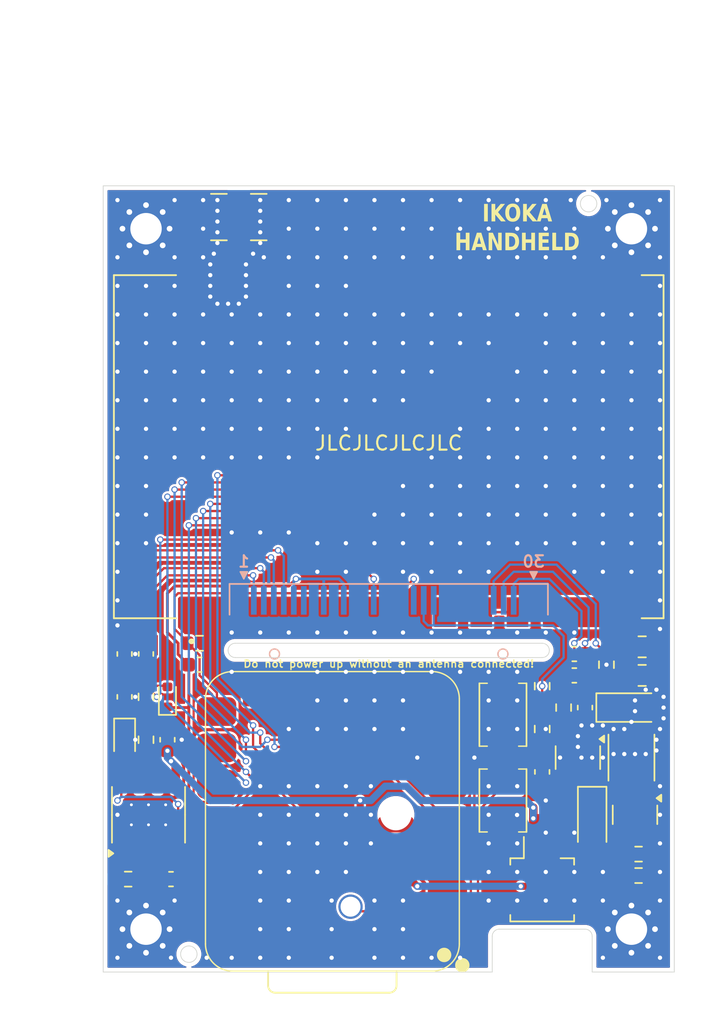
<source format=kicad_pcb>
(kicad_pcb (version 20241229) (generator "pcbnew") (generator_version "9.0")
  (layers (0 "F.Cu" signal) (2 "B.Cu" signal) (13 "F.Paste" user) (15 "B.Paste" user) (5 "F.SilkS" user "F.Silkscreen") (7 "B.SilkS" user "B.Silkscreen") (1 "F.Mask" user) (3 "B.Mask" user) (25 "Edge.Cuts" user))
  (net 0 "")
  (net 1 "Net-(D1-A)")
  (net 3 "Net-(U1-FB)")
  (net 4 "GND")
  (net 5 "+BATT")
  (net 6 "/ANT")
  (net 7 "/LORA_RXEN")
  (net 8 "/LORA_RST")
  (net 9 "/LORA_DIO1")
  (net 10 "/LORA_SPI_NSS")
  (net 11 "/LORA_BUSY")
  (net 12 "/LORA_SPI_MOSI")
  (net 13 "/LORA_SPI_SCK")
  (net 14 "/LORA_SPI_MISO")
  (net 15 "+5V2_LORA")
  (net 16 "/D0")
  (net 17 "/I2C_SCL")
  (net 18 "/I2C_SDA")
  (net 19 "+5V")
  (net 20 "/BOOST_IN")
  (net 21 "Net-(Q1-G)")
  (net 22 "Net-(U2-DIO2)")
  (net 23 "/RESET")
  (net 24 "Net-(D2-A)")
  (net 26 "Net-(U4-PROG)")
  (net 28 "Net-(D4-K)")
  (net 29 "Net-(U4-~{CHRG})")
  (net 32 "+3V3")
  (net 34 "Net-(DS1-VCC)")
  (net 35 "Net-(DS1-VCOMH)")
  (net 36 "Net-(DS1-IREF)")
  (net 38 "Net-(DS1-C1P)")
  (net 39 "Net-(DS1-C1N)")
  (net 40 "Net-(DS1-C2N)")
  (net 41 "Net-(DS1-C2P)")
  (footprint "Resistor_SMD:R_0603_1608Metric" (layer "F.Cu") (at 133 83.75 -90)
    (property "Reference" "R10" (hide yes))
    (property "Value" "1.5k")
  )
  (footprint "Capacitor_SMD:C_0603_1608Metric" (layer "F.Cu") (at 131.5 77.75 90)
    (property "Reference" "C8" (hide yes))
    (property "Value" "1uF")
  )
  (footprint "Resistor_SMD:R_0603_1608Metric" (layer "F.Cu") (at 167.5 93.25)
    (property "Reference" "R3" (hide yes))
    (property "Value" "300k")
  )
  (footprint "Capacitor_SMD:C_0805_2012Metric" (layer "F.Cu") (at 167.75 77.25)
    (property "Reference" "C3" (hide yes))
    (property "Value" "47uF")
  )
  (footprint "Capacitor_SMD:C_0603_1608Metric" (layer "F.Cu") (at 134.75 93.5 180)
    (property "Reference" "C11" (hide yes))
    (property "Value" "10uF")
  )
  (footprint "Inductor_SMD:L_Changjiang_FNR3015S" (layer "F.Cu") (at 167 85 90)
    (property "Reference" "L1" (hide yes))
    (property "Value" "FNR3015S2R2MT")
  )
  (footprint "Resistor_SMD:R_0603_1608Metric" (layer "F.Cu") (at 136.75 77)
    (property "Reference" "R7" (hide yes))
    (property "Value" "4.7k" (hide yes))
  )
  (footprint "Capacitor_SMD:C_0603_1608Metric" (layer "F.Cu") (at 133 77.75 -90)
    (property "Reference" "C9" (hide yes))
    (property "Value" "1uF")
  )
  (footprint "Diode_SMD:D_SOD-123F" (layer "F.Cu") (at 164.25 89.25 -90)
    (property "Reference" "D3" (hide yes))
    (property "Value" "DSK26")
  )
  (footprint "Resistor_SMD:R_0603_1608Metric" (layer "F.Cu") (at 160.75 83 -90)
    (property "Reference" "R2" (hide yes))
    (property "Value" "39k")
  )
  (footprint "LED_SMD:LED_0603_1608Metric" (layer "F.Cu") (at 131.5 83.75 -90)
    (property "Reference" "D4" (hide yes))
    (property "Value" "KT-0603R")
  )
  (footprint "Capacitor_SMD:C_0603_1608Metric" (layer "F.Cu") (at 134.5 83.75 90)
    (property "Reference" "C12" (hide yes))
    (property "Value" "10uF")
  )
  (footprint "Seeed Studio XIAO Series Library:XIAO-nRF52840-SMD_Handsoldering" (layer "F.Cu") (at 146 89.4 180)
    (property "Reference" "U3" (hide yes))
    (property "Value" "XIAO-nRF52840-SMD")
  )
  (footprint "Capacitor_SMD:C_0603_1608Metric" (layer "F.Cu") (at 136.75 78.5)
    (property "Reference" "C5" (hide yes))
    (property "Value" "1uF")
  )
  (footprint "Capacitor_SMD:C_0603_1608Metric" (layer "F.Cu") (at 131.5 80.75 -90)
    (property "Reference" "C10" (hide yes))
    (property "Value" "4.7uF")
  )
  (footprint "Capacitor_SMD:C_0603_1608Metric" (layer "F.Cu") (at 163.75 81.5 -90)
    (property "Reference" "C2" (hide yes))
    (property "Value" "22uF")
  )
  (footprint "MountingHole:MountingHole_2.2mm_M2_Pad_Via" (layer "F.Cu") (at 167 48)
    (property "Reference" "H2" (hide yes))
    (property "Value" "MountingHole" (hide yes))
  )
  (footprint "MountingHole:MountingHole_2.2mm_M2_Pad_Via" (layer "F.Cu") (at 133 48)
    (property "Reference" "H1" (hide yes))
    (property "Value" "MountingHole" (hide yes))
  )
  (footprint "Resistor_SMD:R_0603_1608Metric" (layer "F.Cu") (at 162.25 81.5 -90)
    (property "Reference" "R1" (hide yes))
    (property "Value" "300k")
  )
  (footprint "Package_TO_SOT_SMD:SOT-23-6" (layer "F.Cu") (at 163.249999 85 -90)
    (property "Reference" "U1" (hide yes))
    (property "Value" "MT3608B")
  )
  (footprint "Resistor_SMD:R_0603_1608Metric" (layer "F.Cu") (at 133 80.75 90)
    (property "Reference" "R8" (hide yes))
    (property "Value" "4.7k")
  )
  (footprint "Package_SO:SOIC-8-1EP_3.9x4.9mm_P1.27mm_EP2.41x3.3mm_ThermalVias" (layer "F.Cu") (at 133.175 89 90)
    (property "Reference" "U4" (hide yes))
    (property "Value" "TP4056-42-ESOP8")
  )
  (footprint "Resistor_SMD:R_0603_1608Metric" (layer "F.Cu") (at 160.75 80 90)
    (property "Reference" "R6" (hide yes))
    (property "Value" "4.7k")
  )
  (footprint "Capacitor_SMD:C_0603_1608Metric" (layer "F.Cu") (at 163 79.25 180)
    (property "Reference" "C6" (hide yes))
    (property "Value" "2.2uF")
  )
  (footprint "Button_Switch_additional:TS-1088-AR02016" (layer "F.Cu") (at 158 88 180)
    (property "Reference" "SW2" (hide yes))
    (property "Value" "SW_Push")
  )
  (footprint "Capacitor_SMD:C_0805_2012Metric" (layer "F.Cu") (at 167.75 79.25)
    (property "Reference" "C4" (hide yes))
    (property "Value" "47uF")
  )
  (footprint "Package_TO_SOT_SMD:SOT-23" (layer "F.Cu") (at 167.25 89 -90)
    (property "Reference" "Q1" (hide yes))
    (property "Value" "AO3401A")
  )
  (footprint "Resistor_SMD:R_0603_1608Metric" (layer "F.Cu") (at 167.5 91.75)
    (property "Reference" "R4" (hide yes))
    (property "Value" "1.5k")
  )
  (footprint "Resistor_SMD:R_0603_1608Metric" (layer "F.Cu") (at 165.25 78.5 -90)
    (property "Reference" "R5" (hide yes))
    (property "Value" "300k")
  )
  (footprint "Diode_SMD:D_SOD-123F" (layer "F.Cu") (at 166.75 81.5)
    (property "Reference" "D1" (hide yes))
    (property "Value" "DSK26")
  )
  (footprint "E22-900M30S:XCVR_E22-900M30S" (layer "F.Cu") (at 150 63.25 -90)
    (property "Reference" "U2" (hide yes))
    (property "Value" "E22-900M30S")
  )
  (footprint "Capacitor_SMD:C_0603_1608Metric" (layer "F.Cu") (at 160.75 86 90)
    (property "Reference" "C1" (hide yes))
    (property "Value" "22uF")
  )
  (footprint "Button_Switch_additional:TS-1088-AR02016" (layer "F.Cu") (at 158 82)
    (property "Reference" "SW1" (hide yes))
    (property "Value" "SW_Push")
  )
  (footprint "Connector_Coaxial:SMA_Samtec_SMA-J-P-H-ST-EM1_EdgeMount" (layer "F.Cu") (at 139.5 47.1025 90)
    (property "Reference" "J1" (hide yes))
    (property "Value" "Conn_Coaxial")
  )
  (footprint "Capacitor_SMD:C_0603_1608Metric" (layer "F.Cu") (at 163 77.75 180)
    (property "Reference" "C7" (hide yes))
    (property "Value" "4.7uF")
  )
  (footprint "Diode_SMD:D_SOD-523" (layer "F.Cu") (at 134.5 80.75 90)
    (property "Reference" "D2" (hide yes))
    (property "Value" "1N4148WT")
  )
  (footprint "MountingHole:MountingHole_2.2mm_M2_Pad_Via" (layer "F.Cu") (at 167 97)
    (property "Reference" "H4" (hide yes))
    (property "Value" "MountingHole" (hide yes))
  )
  (footprint "Connector_Molex:Molex_PicoBlade_53261-0271_1x02-1MP_P1.25mm_Horizontal" (layer "F.Cu") (at 160.75 93.75)
    (property "Reference" "J4" (hide yes))
    (property "Value" "1.25-2PWB")
  )
  (footprint "MountingHole:MountingHole_2.2mm_M2_Pad_Via" (layer "F.Cu") (at 133 97)
    (property "Reference" "H3" (hide yes))
    (property "Value" "MountingHole" (hide yes))
  )
  (footprint "Resistor_SMD:R_0603_1608Metric" (layer "F.Cu") (at 131.75 93.5)
    (property "Reference" "R9" (hide yes))
    (property "Value" "1.5k")
  )
  (footprint "Display:OLED-128O064D" (layer "B.Cu") (at 150 74)
    (property "Reference" "DS1" (hide yes))
    (property "Value" "OLED-128O064D")
  )
  (gr_poly (pts (xy 160.15 72.5) (xy 159.9 72) (xy 160.4 72)) (stroke (width 0.1)) (fill yes) (layer "B.SilkS"))
  (gr_poly (pts (xy 139.85 72.5) (xy 139.6 72) (xy 140.1 72)) (stroke (width 0.1)) (fill yes) (layer "B.SilkS"))
  (gr_arc (start 157.25 97.5) (mid 157.396447 97.146447) (end 157.75 97) (stroke (width 0.05)) (layer "Edge.Cuts"))
  (gr_arc (start 139.25 78) (mid 138.896447 77.853553) (end 138.75 77.5) (stroke (width 0.05)) (layer "Edge.Cuts"))
  (gr_line (start 157.75 97) (end 163.75 97) (stroke (width 0.05)) (layer "Edge.Cuts"))
  (gr_line (start 164.25 100) (end 170 100) (stroke (width 0.05)) (layer "Edge.Cuts"))
  (gr_arc (start 138.75 77.5) (mid 138.896447 77.146447) (end 139.25 77) (stroke (width 0.05)) (layer "Edge.Cuts"))
  (gr_arc (start 161.25 77.5) (mid 161.103553 77.853553) (end 160.75 78) (stroke (width 0.05)) (layer "Edge.Cuts"))
  (gr_line (start 139.25 77) (end 160.75 77) (stroke (width 0.05)) (layer "Edge.Cuts"))
  (gr_line (start 170 45) (end 170 100) (stroke (width 0.05)) (layer "Edge.Cuts"))
  (gr_arc (start 163.75 97) (mid 164.103553 97.146447) (end 164.25 97.5) (stroke (width 0.05)) (layer "Edge.Cuts"))
  (gr_arc (start 160.75 77) (mid 161.103553 77.146447) (end 161.25 77.5) (stroke (width 0.05)) (layer "Edge.Cuts"))
  (gr_line (start 170 45) (end 130 45) (stroke (width 0.05)) (layer "Edge.Cuts"))
  (gr_circle (center 164 46.25) (end 164.576 46.25) (stroke (width 0.05)) (fill no) (layer "Edge.Cuts"))
  (gr_circle (center 136 98.75) (end 136.576 98.75) (stroke (width 0.05)) (fill no) (layer "Edge.Cuts"))
  (gr_line (start 157.25 100) (end 157.25 97.5) (stroke (width 0.05)) (layer "Edge.Cuts"))
  (gr_line (start 164.25 100) (end 164.25 97.5) (stroke (width 0.05)) (layer "Edge.Cuts"))
  (gr_line (start 130 100) (end 157.25 100) (stroke (width 0.05)) (layer "Edge.Cuts"))
  (gr_line (start 130 45) (end 130 100) (stroke (width 0.05)) (layer "Edge.Cuts"))
  (gr_line (start 160.75 78) (end 139.25 78) (stroke (width 0.05)) (layer "Edge.Cuts"))
  (gr_text "IKOKA\nHANDHELD" (at 159 48 0) (layer "F.SilkS") (effects (font (size 1.2 1) (thickness 0.25) (bold yes))))
  (gr_text "JLCJLCJLCJLC" (at 150 63 0) (layer "F.SilkS") (effects (font (size 1 1) (thickness 0.15) (bold yes))))
  (gr_text "Do not power up without an antenna connected!" (at 150 78.15 0) (layer "F.SilkS") (effects (font (size 0.5 0.55) (thickness 0.1) (bold yes)) (justify top)))
  (gr_text "30" (at 160.15 71.75 0) (layer "B.SilkS") (effects (font (size 0.8 0.8)) (justify bottom mirror)))
  (gr_text "1" (at 139.85 71.75 0) (layer "B.SilkS") (effects (font (size 0.8 0.8)) (justify bottom mirror)))
  (segment (start 158 90.075) (end 158 90.2875) (width 0.16) (layer "F.Cu") (net 4))
  (via (at 161 62) (size 0.45) (drill 0.3) (layers "F.Cu" "B.Cu") (net 4))
  (via (at 146 95) (size 0.45) (drill 0.3) (layers "F.Cu" "B.Cu") (net 4))
  (via (at 131 54) (size 0.45) (drill 0.3) (layers "F.Cu" "B.Cu") (net 4))
  (via (at 163 62) (size 0.45) (drill 0.3) (layers "F.Cu" "B.Cu") (net 4))
  (via (at 159 48) (size 0.45) (drill 0.3) (layers "F.Cu" "B.Cu") (net 4))
  (via (at 132.25 80.75) (size 0.45) (drill 0.3) (layers "F.Cu" "B.Cu") (net 4))
  (via (at 145 93) (size 0.45) (drill 0.3) (layers "F.Cu" "B.Cu") (net 4))
  (via (at 131 72) (size 0.45) (drill 0.3) (layers "F.Cu" "B.Cu") (net 4))
  (via (at 143 58) (size 0.45) (drill 0.3) (layers "F.Cu" "B.Cu") (net 4))
  (via (at 149 83) (size 0.45) (drill 0.3) (layers "F.Cu" "B.Cu") (net 4))
  (via (at 157 60) (size 0.45) (drill 0.3) (layers "F.Cu" "B.Cu") (net 4))
  (via (at 164.25 85) (size 0.45) (drill 0.3) (layers "F.Cu" "B.Cu") (net 4))
  (via (at 162 85) (size 0.45) (drill 0.3) (layers "F.Cu" "B.Cu") (net 4))
  (via (at 169 99) (size 0.45) (drill 0.3) (layers "F.Cu" "B.Cu") (net 4))
  (via (at 167.25 81.75) (size 0.45) (drill 0.3) (layers "F.Cu" "B.Cu") (net 4))
  (via (at 157 50) (size 0.45) (drill 0.3) (layers "F.Cu" "B.Cu") (net 4))
  (via (at 151 81) (size 0.45) (drill 0.3) (layers "F.Cu" "B.Cu") (net 4))
  (via (at 169 95) (size 0.45) (drill 0.3) (layers "F.Cu" "B.Cu") (net 4))
  (via (at 141 62) (size 0.45) (drill 0.3) (layers "F.Cu" "B.Cu") (net 4))
  (via (at 138 49) (size 0.45) (drill 0.3) (layers "F.Cu" "B.Cu") (net 4))
  (via (at 165 58) (size 0.45) (drill 0.3) (layers "F.Cu" "B.Cu") (net 4))
  (via (at 138 53.25) (size 0.45) (drill 0.3) (layers "F.Cu" "B.Cu") (net 4))
  (via (at 141 99) (size 0.45) (drill 0.3) (layers "F.Cu" "B.Cu") (net 4))
  (via (at 147 46) (size 0.45) (drill 0.3) (layers "F.Cu" "B.Cu") (net 4))
  (via (at 145 70) (size 0.45) (drill 0.3) (layers "F.Cu" "B.Cu") (net 4))
  (via (at 131 64) (size 0.45) (drill 0.3) (layers "F.Cu" "B.Cu") (net 4))
  (via (at 143 52) (size 0.45) (drill 0.3) (layers "F.Cu" "B.Cu") (net 4))
  (via (at 147 54) (size 0.45) (drill 0.3) (layers "F.Cu" "B.Cu") (net 4))
  (via (at 138 46.75) (size 0.45) (drill 0.3) (layers "F.Cu" "B.Cu") (net 4))
  (via (at 147 76.25) (size 0.45) (drill 0.3) (layers "F.Cu" "B.Cu") (net 4))
  (via (at 156 85) (size 0.45) (drill 0.3) (layers "F.Cu" "B.Cu") (net 4))
  (via (at 147 70) (size 0.45) (drill 0.3) (layers "F.Cu" "B.Cu") (net 4))
  (via (at 145 52) (size 0.45) (drill 0.3) (layers "F.Cu" "B.Cu") (net 4))
  (via (at 155 54) (size 0.45) (drill 0.3) (layers "F.Cu" "B.Cu") (net 4))
  (via (at 163 60) (size 0.45) (drill 0.3) (layers "F.Cu" "B.Cu") (net 4))
  (via (at 169 91) (size 0.45) (drill 0.3) (layers "F.Cu" "B.Cu") (net 4))
  (via (at 147 93) (size 0.45) (drill 0.3) (layers "F.Cu" "B.Cu") (net 4))
  (via (at 137.75 49.75) (size 0.45) (drill 0.3) (layers "F.Cu" "B.Cu") (net 4))
  (via (at 151 72) (size 0.45) (drill 0.3) (layers "F.Cu" "B.Cu") (net 4))
  (via (at 157 54) (size 0.45) (drill 0.3) (layers "F.Cu" "B.Cu") (net 4))
  (via (at 149 50) (size 0.45) (drill 0.3) (layers "F.Cu" "B.Cu") (net 4))
  (via (at 162.75 46) (size 0.45) (drill 0.3) (layers "F.Cu" "B.Cu") (net 4))
  (via (at 153 99) (size 0.45) (drill 0.3) (layers "F.Cu" "B.Cu") (net 4))
  (via (at 149 81) (size 0.45) (drill 0.3) (layers "F.Cu" "B.Cu") (net 4))
  (via (at 131 50) (size 0.45) (drill 0.3) (layers "F.Cu" "B.Cu") (net 4))
  (via (at 161 83) (size 0.45) (drill 0.3) (layers "F.Cu" "B.Cu") (net 4))
  (via (at 149 58) (size 0.45) (drill 0.3) (layers "F.Cu" "B.Cu") (net 4))
  (via (at 165 85) (size 0.45) (drill 0.3) (layers "F.Cu" "B.Cu") (net 4))
  (via (at 139 69.25) (size 0.45) (drill 0.3) (layers "F.Cu" "B.Cu") (net 4))
  (via (at 159 58) (size 0.45) (drill 0.3) (layers "F.Cu" "B.Cu") (net 4))
  (via (at 167.25 81) (size 0.45) (drill 0.3) (layers "F.Cu" "B.Cu") (net 4))
  (via (at 147 60) (size 0.45) (drill 0.3) (layers "F.Cu" "B.Cu") (net 4))
  (via (at 145 79) (size 0.45) (drill 0.3) (layers "F.Cu" "B.Cu") (net 4))
  (via (at 153 68) (size 0.45) (drill 0.3) (layers "F.Cu" "B.Cu") (net 4))
  (via (at 137 46) (size 0.45) (drill 0.3) (layers "F.Cu" "B.Cu") (net 4))
  (via (at 163.5 85) (size 0.45) (drill 0.3) (layers "F.Cu" "B.Cu") (net 4))
  (via (at 168 80.25) (size 0.45) (drill 0.3) (layers "F.Cu" "B.Cu") (net 4))
  (via (at 155 56) (size 0.45) (drill 0.3) (layers "F.Cu" "B.Cu") (net 4))
  (via (at 157 89) (size 0.45) (drill 0.3) (layers "F.Cu" "B.Cu") (net 4))
  (via (at 165 93) (size 0.45) (drill 0.3) (layers "F.Cu" "B.Cu") (net 4))
  (via (at 169 46) (size 0.45) (drill 0.3) (layers "F.Cu" "B.Cu") (net 4))
  (via (at 147 72) (size 0.45) (drill 0.3) (layers "F.Cu" "B.Cu") (net 4))
  (via (at 159 91) (size 0.45) (drill 0.3) (layers "F.Cu" "B.Cu") (net 4))
  (via (at 159 76.25) (size 0.45) (drill 0.3) (layers "F.Cu" "B.Cu") (net 4))
  (via (at 143 64) (size 0.45) (drill 0.3) (layers "F.Cu" "B.Cu") (net 4))
  (via (at 135 50) (size 0.45) (drill 0.3) (layers "F.Cu" "B.Cu") (net 4))
  (via (at 135 54) (size 0.45) (drill 0.3) (layers "F.Cu" "B.Cu") (net 4))
  (via (at 167 68) (size 0.45) (drill 0.3) (layers "F.Cu" "B.Cu") (net 4))
  (via (at 131 75.75) (size 0.45) (drill 0.3) (layers "F.Cu" "B.Cu") (net 4))
  (via (at 143 89) (size 0.45) (drill 0.3) (layers "F.Cu" "B.Cu") (net 4))
  (via (at 161 95) (size 0.45) (drill 0.3) (layers "F.Cu" "B.Cu") (net 4))
  (via (at 159 68) (size 0.45) (drill 0.3) (layers "F.Cu" "B.Cu") (net 4))
  (via (at 159 83) (size 0.45) (drill 0.3) (layers "F.Cu" "B.Cu") (net 4))
  (via (at 145 87) (size 0.45) (drill 0.3) (layers "F.Cu" "B.Cu") (net 4))
  (via (at 131 68) (size 0.45) (drill 0.3) (layers "F.Cu" "B.Cu") (net 4))
  (via (at 153 76.25) (size 0.45) (drill 0.3) (layers "F.Cu" "B.Cu") (net 4))
  (via (at 145 54) (size 0.45) (drill 0.3) (layers "F.Cu" "B.Cu") (net 4))
  (via (at 131 89) (size 0.45) (drill 0.3) (layers "F.Cu" "B.Cu") (net 4))
  (via (at 166.5 83) (size 0.45) (drill 0.3) (layers "F.Cu" "B.Cu") (net 4))
  (via (at 163 90.25) (size 0.45) (drill 0.3) (layers "F.Cu" "B.Cu") (net 4))
  (via (at 131 56) (size 0.45) (drill 0.3) (layers "F.Cu" "B.Cu") (net 4))
  (via (at 155 72) (size 0.45) (drill 0.3) (layers "F.Cu" "B.Cu") (net 4))
  (via (at 155 66) (size 0.45) (drill 0.3) (layers "F.Cu" "B.Cu") (net 4))
  (via (at 131 60) (size 0.45) (drill 0.3) (layers "F.Cu" "B.Cu") (net 4))
  (via (at 168.75 84.5) (size 0.45) (drill 0.3) (layers "F.Cu" "B.Cu") (net 4))
  (via (at 137.5 52.75) (size 0.45) (drill 0.3) (layers "F.Cu" "B.Cu") (net 4))
  (via (at 143 93) (size 0.45) (drill 0.3) (layers "F.Cu" "B.Cu") (net 4))
  (via (at 155 62) (size 0.45) (drill 0.3) (layers "F.Cu" "B.Cu") (net 4))
  (via (at 155 70) (size 0.45) (drill 0.3) (layers "F.Cu" "B.Cu") (net 4))
  (via (at 143 99) (size 0.45) (drill 0.3) (layers "F.Cu" "B.Cu") (net 4))
  (via (at 141 95) (size 0.45) (drill 0.3) (layers "F.Cu" "B.Cu") (net 4))
  (via (at 135.5 83.75) (size 0.45) (drill 0.3) (layers "F.Cu" "B.Cu") (net 4))
  (via (at 169 54) (size 0.45) (drill 0.3) (layers "F.Cu" "B.Cu") (net 4))
  (via (at 165.75 83) (size 0.45) (drill 0.3) (layers "F.Cu" "B.Cu") (net 4))
  (via (at 145 62) (size 0.45) (drill 0.3) (layers "F.Cu" "B.Cu") (net 4))
  (via (at 151 48) (size 0.45) (drill 0.3) (layers "F.Cu" "B.Cu") (net 4))
  (via (at 135 46) (size 0.45) (drill 0.3) (layers "F.Cu" "B.Cu") (net 4))
  (via (at 141 97) (size 0.45) (drill 0.3) (layers "F.Cu" "B.Cu") (net 4))
  (via (at 141 58) (size 0.45) (drill 0.3) (layers "F.Cu" "B.Cu") (net 4))
  (via (at 143 95) (size 0.45) (drill 0.3) (layers "F.Cu" "B.Cu") (net 4))
  (via (at 149 95) (size 0.45) (drill 0.3) (layers "F.Cu" "B.Cu") (net 4))
  (via (at 169 62) (size 0.45) (drill 0.3) (layers "F.Cu" "B.Cu") (net 4))
  (via (at 163 93) (size 0.45) (drill 0.3) (layers "F.Cu" "B.Cu") (net 4))
  (via (at 165.25 46) (size 0.45) (drill 0.3) (layers "F.Cu" "B.Cu") (net 4))
  (via (at 163.25 84.25) (size 0.45) (drill 0.3) (layers "F.Cu" "B.Cu") (net 4))
  (via (at 168.75 83.75) (size 0.45) (drill 0.3) (layers "F.Cu" "B.Cu") (net 4))
  (via (at 139 56) (size 0.45) (drill 0.3) (layers "F.Cu" "B.Cu") (net 4))
  (via (at 161 68) (size 0.45) (drill 0.3) (layers "F.Cu" "B.Cu") (net 4))
  (via (at 169 52) (size 0.45) (drill 0.3) (layers "F.Cu" "B.Cu") (net 4))
  (via (at 167 56) (size 0.45) (drill 0.3) (layers "F.Cu" "B.Cu") (net 4))
  (via (at 157 64) (size 0.45) (drill 0.3) (layers "F.Cu" "B.Cu") (net 4))
  (via (at 141.25 50) (size 0.45) (drill 0.3) (layers "F.Cu" "B.Cu") (net 4))
  (via (at 151 54) (size 0.45) (drill 0.3) (layers "F.Cu" "B.Cu") (net 4))
  (via (at 140.5 49.75) (size 0.45) (drill 0.3) (layers "F.Cu" "B.Cu") (net 4))
  (via (at 151 95) (size 0.45) (drill 0.3) (layers "F.Cu" "B.Cu") (net 4))
  (via (at 139 54) (size 0.45) (drill 0.3) (layers "F.Cu" "B.Cu") (net 4))
  (via (at 169.25 82.25) (size 0.45) (drill 0.3) (layers "F.Cu" "B.Cu") (net 4))
  (via (at 155 50) (size 0.45) (drill 0.3) (layers "F.Cu" "B.Cu") (net 4))
  (via (at 148.75 89) (size 0.45) (drill 0.3) (layers "F.Cu" "B.Cu") (net 4))
  (via (at 168 84.75) (size 0.45) (drill 0.3) (layers "F.Cu" "B.Cu") (net 4))
  (via (at 133 60) (size 0.45) (drill 0.3) (layers "F.Cu" "B.Cu") (net 4))
  (via (at 145 83) (size 0.45) (drill 0.3) (layers "F.Cu" "B.Cu") (net 4))
  (via (at 161 76.25) (size 0.45) (drill 0.3) (layers "F.Cu" "B.Cu") (net 4))
  (via (at 153 56) (size 0.45) (drill 0.3) (layers "F.Cu" "B.Cu") (net 4))
  (via (at 139.5 53.25) (size 0.45) (drill 0.3) (layers "F.Cu" "B.Cu") (net 4))
  (via (at 167 60) (size 0.45) (drill 0.3) (layers "F.Cu" "B.Cu") (net 4))
  (via (at 161 46) (size 0.45) (drill 0.3) (layers "F.Cu" "B.Cu") (net 4))
  (via (at 140 51.25) (size 0.45) (drill 0.3) (layers "F.Cu" "B.Cu") (net 4))
  (via (at 143 48) (size 0.45) (drill 0.3) (layers "F.Cu" "B.Cu") (net 4))
  (via (at 161 64) (size 0.45) (drill 0.3) (layers "F.Cu" "B.Cu") (net 4))
  (via (at 157 62) (size 0.45) (drill 0.3) (layers "F.Cu" "B.Cu") (net 4))
  (via (at 169 70) (size 0.45) (drill 0.3) (layers "F.Cu" "B.Cu") (net 4))
  (via (at 153 79) (size 0.45) (drill 0.3) (layers "F.Cu" "B.Cu") (net 4))
  (via (at 135 60) (size 0.45) (drill 0.3) (layers "F.Cu" "B.Cu") (net 4))
  (via (at 143 62) (size 0.45) (drill 0.3) (layers "F.Cu" "B.Cu") (net 4))
  (via (at 163 56) (size 0.45) (drill 0.3) (layers "F.Cu" "B.Cu") (net 4))
  (via (at 149 68) (size 0.45) (drill 0.3) (layers "F.Cu" "B.Cu") (net 4))
  (via (at 147 50) (size 0.45) (drill 0.3) (layers "F.Cu" "B.Cu") (net 4))
  (via (at 159 62) (size 0.45) (drill 0.3) (layers "F.Cu" "B.Cu") (net 4))
  (via (at 146 99) (size 0.45) (drill 0.3) (layers "F.Cu" "B.Cu") (net 4))
  (via (at 148.75 87) (size 0.45) (drill 0.3) (layers "F.Cu" "B.Cu") (net 4))
  (via (at 163 66) (size 0.45) (drill 0.3) (layers "F.Cu" "B.Cu") (net 4))
  (via (at 167.25 84.75) (size 0.45) (drill 0.3) (layers "F.Cu" "B.Cu") (net 4))
  (via (at 167 66) (size 0.45) (drill 0.3) (layers "F.Cu" "B.Cu") (net 4))
  (via (at 169 66) (size 0.45) (drill 0.3) (layers "F.Cu" "B.Cu") (net 4))
  (via (at 137 64) (size 0.45) (drill 0.3) (layers "F.Cu" "B.Cu") (net 4))
  (via (at 135 95) (size 0.45) (drill 0.3) (layers "F.Cu" "B.Cu") (net 4))
  (via (at 159 46) (size 0.45) (drill 0.3) (layers "F.Cu" "B.Cu") (net 4))
  (via (at 169 89) (size 0.45) (drill 0.3) (layers "F.Cu" "B.Cu") (net 4))
  (via (at 163 54) (size 0.45) (drill 0.3) (layers "F.Cu" "B.Cu") (net 4))
  (via (at 168.75 80.25) (size 0.45) (drill 0.3) (layers "F.Cu" "B.Cu") (net 4))
  (via (at 159 60) (size 0.45) (drill 0.3) (layers "F.Cu" "B.Cu") (net 4))
  (via (at 149 76.25) (size 0.45) (drill 0.3) (layers "F.Cu" "B.Cu") (net 4))
  (via (at 163 70) (size 0.45) (drill 0.3) (layers "F.Cu" "B.Cu") (net 4))
  (via (at 161 56) (size 0.45) (drill 0.3) (layers "F.Cu" "B.Cu") (net 4))
  (via (at 139 62) (size 0.45) (drill 0.3) (layers "F.Cu" "B.Cu") (net 4))
  (via (at 139 60) (size 0.45) (drill 0.3) (layers "F.Cu" "B.Cu") (net 4))
  (via (at 167 72) (size 0.45) (drill 0.3) (layers "F.Cu" "B.Cu") (net 4))
  (via (at 169.25 81.5) (size 0.45) (drill 0.3) (layers "F.Cu" "B.Cu") (net 4))
  (via (at 137 58) (size 0.45) (drill 0.3) (layers "F.Cu" "B.Cu") (net 4))
  (via (at 149 97) (size 0.45) (drill 0.3) (layers "F.Cu" "B.Cu") (net 4))
  (via (at 164.25 82.75) (size 0.45) (drill 0.3) (layers "F.Cu" "B.Cu") (net 4))
  (via (at 147 79) (size 0.45) (drill 0.3) (layers "F.Cu" "B.Cu") (net 4))
  (via (at 153 72) (size 0.45) (drill 0.3) (layers "F.Cu" "B.Cu") (net 4))
  (via (at 159 87) (size 0.45) (drill 0.3) (layers "F.Cu" "B.Cu") (net 4))
  (via (at 167 62) (size 0.45) (drill 0.3) (layers "F.Cu" "B.Cu") (net 4))
  (via (at 141 60) (size 0.45) (drill 0.3) (layers "F.Cu" "B.Cu") (net 4))
  (via (at 149 46) (size 0.45) (drill 0.3) (layers "F.Cu" "B.Cu") (net 4))
  (via (at 155 79) (size 0.45) (drill 0.3) (layers "F.Cu" "B.Cu") (net 4))
  (via (at 157 72) (size 0.45) (drill 0.3) (layers "F.Cu" "B.Cu") (net 4))
  (via (at 145 81) (size 0.45) (drill 0.3) (layers "F.Cu" "B.Cu") (net 4))
  (via (at 149 60) (size 0.45) (drill 0.3) (layers "F.Cu" "B.Cu") (net 4))
  (via (at 151 99) (size 0.45) (drill 0.3) (layers "F.Cu" "B.Cu") (net 4))
  (via (at 165 60) (size 0.45) (drill 0.3) (layers "F.Cu" "B.Cu") (net 4))
  (via (at 169 58) (size 0.45) (drill 0.3) (layers "F.Cu" "B.Cu") (net 4))
  (via (at 141 49) (size 0.45) (drill 0.3) (layers "F.Cu" "B.Cu") (net 4))
  (via (at 133 66) (size 0.45) (drill 0.3) (layers "F.Cu" "B.Cu") (net 4))
  (via (at 134.75 99) (size 0.45) (drill 0.3) (layers "F.Cu" "B.Cu") (net 4))
  (via (at 143 60) (size 0.45) (drill 0.3) (layers "F.Cu" "B.Cu") (net 4))
  (via (at 165 56) (size 0.45) (drill 0.3) (layers "F.Cu" "B.Cu") (net 4))
  (via (at 153 64) (size 0.45) (drill 0.3) (layers "F.Cu" "B.Cu") (net 4))
  (via (at 167 82.5) (size 0.45) (drill 0.3) (layers "F.Cu" "B.Cu") (net 4))
  (via (at 138.75 53.25) (size 0.45) (drill 0.3) (layers "F.Cu" "B.Cu") (net 4))
  (via (at 143 91) (size 0.45) (drill 0.3) (layers "F.Cu" "B.Cu") (net 4))
  (via (at 151 70) (size 0.45) (drill 0.3) (layers "F.Cu" "B.Cu") (net 4))
  (via (at 131 66) (size 0.45) (drill 0.3) (layers "F.Cu" "B.Cu") (net 4))
  (via (at 147 81) (size 0.45) (drill 0.3) (layers "F.Cu" "B.Cu") (net 4))
  (via (at 138 46) (size 0.45) (drill 0.3) (layers "F.Cu" "B.Cu") (net 4))
  (via (at 139 76.25) (size 0.45) (drill 0.3) (layers "F.Cu" "B.Cu") (net 4))
  (via (at 135 56) (size 0.45) (drill 0.3) (layers "F.Cu" "B.Cu") (net 4))
  (via (at 151 46) (size 0.45) (drill 0.3) (layers "F.Cu" "B.Cu") (net 4))
  (via (at 165 70) (size 0.45) (drill 0.3) (layers "F.Cu" "B.Cu") (net 4))
  (via (at 151 97) (size 0.45) (drill 0.3) (layers "F.Cu" "B.Cu") (net 4))
  (via (at 159 54) (size 0.45) (drill 0.3) (layers "F.Cu" "B.Cu") (net 4))
  (via (at 143 46) (size 0.45) (drill 0.3) (layers "F.Cu" "B.Cu") (net 4))
  (via (at 137 50) (size 0.45) (drill 0.3) (layers "F.Cu" "B.Cu") (net 4))
  (via (at 163 72) (size 0.45) (drill 0.3) (layers "F.Cu" "B.Cu") (net 4))
  (via (at 145 58) (size 0.45) (drill 0.3) (layers "F.Cu" "B.Cu") (net 4))
  (via (at 157 76.25) (size 0.45) (drill 0.3) (layers "F.Cu" "B.Cu") (net 4))
  (via (at 157 79) (size 0.45) (drill 0.3) (layers "F.Cu" "B.Cu") (net 4))
  (via (at 161 66) (size 0.45) (drill 0.3) (layers "F.Cu" "B.Cu") (net 4))
  (via (at 143 83) (size 0.45) (drill 0.3) (layers "F.Cu" "B.Cu") (net 4))
  (via (at 169.25 80.75) (size 0.45) (drill 0.3) (layers "F.Cu" "B.Cu") (net 4))
  (via (at 159 81) (size 0.45) (drill 0.3) (layers "F.Cu" "B.Cu") (net 4))
  (via (at 149 56) (size 0.45) (drill 0.3) (layers "F.Cu" "B.Cu") (net 4))
  (via (at 153 58) (size 0.45) (drill 0.3) (layers "F.Cu" "B.Cu") (net 4))
  (via (at 153 66) (size 0.45) (drill 0.3) (layers "F.Cu" "B.Cu") (net 4))
  (via (at 165 68) (size 0.45) (drill 0.3) (layers "F.Cu" "B.Cu") (net 4))
  (via (at 166.5 84.75) (size 0.45) (drill 0.3) (layers "F.Cu" "B.Cu") (net 4))
  (via (at 145 46) (size 0.45) (drill 0.3) (layers "F.Cu" "B.Cu") (net 4))
  (via (at 157 91) (size 0.45) (drill 0.3) (layers "F.Cu" "B.Cu") (net 4))
  (via (at 159 66) (size 0.45) (drill 0.3) (layers "F.Cu" "B.Cu") (net 4))
  (via (at 161 88) (size 0.45) (drill 0.3) (layers "F.Cu" "B.Cu") (net 4))
  (via (at 165 82.75) (size 0.45) (drill 0.3) (layers "F.Cu" "B.Cu") (net 4))
  (via (at 158.988487 89.011513) (size 0.45) (drill 0.3) (layers "F.Cu" "B.Cu") (net 4))
  (via (at 161 60) (size 0.45) (drill 0.3) (layers "F.Cu" "B.Cu") (net 4))
  (via (at 141 69.25) (size 0.45) (drill 0.3) (layers "F.Cu" "B.Cu") (net 4))
  (via (at 137 60) (size 0.45) (drill 0.3) (layers "F.Cu" "B.Cu") (net 4))
  (via (at 131 58) (size 0.45) (drill 0.3) (layers "F.Cu" "B.Cu") (net 4))
  (via (at 169 68) (size 0.45) (drill 0.3) (layers "F.Cu" "B.Cu") (net 4))
  (via (at 145 72) (size 0.45) (drill 0.3) (layers "F.Cu" "B.Cu") (net 4))
  (via (at 146 97) (size 0.45) (drill 0.3) (layers "F.Cu" "B.Cu") (net 4))
  (via (at 137.5 50.5) (size 0.45) (drill 0.3) (layers "F.Cu" "B.Cu") (net 4))
  (via (at 133 70) (size 0.45) (drill 0.3) (layers "F.Cu" "B.Cu") (net 4))
  (via (at 147 62) (size 0.45) (drill 0.3) (layers "F.Cu" "B.Cu") (net 4))
  (via (at 167 70) (size 0.45) (drill 0.3) (layers "F.Cu" "B.Cu") (net 4))
  (via (at 169 93) (size 0.45) (drill 0.3) (layers "F.Cu" "B.Cu") (net 4))
  (via (at 157 70) (size 0.45) (drill 0.3) (layers "F.Cu" "B.Cu") (net 4))
  (via (at 165 50) (size 0.45) (drill 0.3) (layers "F.Cu" "B.Cu") (net 4))
  (via (at 163 50) (size 0.45) (drill 0.3) (layers "F.Cu" "B.Cu") (net 4))
  (via (at 138 48.25) (size 0.45) (drill 0.3) (layers "F.Cu" "B.Cu") (net 4))
  (via (at 157 83) (size 0.45) (drill 0.3) (layers "F.Cu" "B.Cu") (net 4))
  (via (at 169 83) (size 0.45) (drill 0.3) (layers "F.Cu" "B.Cu") (net 4))
  (via (at 131 70) (size 0.45) (drill 0.3) (layers "F.Cu" "B.Cu") (net 4))
  (via (at 161 50) (size 0.45) (drill 0.3) (layers "F.Cu" "B.Cu") (net 4))
  (via (at 163 68) (size 0.45) (drill 0.3) (layers "F.Cu" "B.Cu") (net 4))
  (via (at 161 48) (size 0.45) (drill 0.3) (layers "F.Cu" "B.Cu") (net 4))
  (via (at 157 87) (size 0.45) (drill 0.3) (layers "F.Cu" "B.Cu") (net 4))
  (via (at 163.5 82.75) (size 0.45) (drill 0.3) (layers "F.Cu" "B.Cu") (net 4))
  (via (at 163 58) (size 0.45) (drill 0.3) (layers "F.Cu" "B.Cu") (net 4))
  (via (at 159 95) (size 0.45) (drill 0.3) (layers "F.Cu" "B.Cu") (net 4))
  (via (at 137 54) (size 0.45) (drill 0.3) (layers "F.Cu" "B.Cu") (net 4))
  (via (at 135 52) (size 0.45) (drill 0.3) (layers "F.Cu" "B.Cu") (net 4))
  (via (at 155 48) (size 0.45) (drill 0.3) (layers "F.Cu" "B.Cu") (net 4))
  (via (at 161 58) (size 0.45) (drill 0.3) (layers "F.Cu" "B.Cu") (net 4))
  (via (at 165 99) (size 0.45) (drill 0.3) (layers "F.Cu" "B.Cu") (net 4))
  (via (at 159 93) (size 0.45) (drill 0.3) (layers "F.Cu" "B.Cu") (net 4))
  (via (at 153 46) (size 0.45) (drill 0.3) (layers "F.Cu" "B.Cu") (net 4))
  (via (at 169 72) (size 0.45) (drill 0.3) (layers "F.Cu" "B.Cu") (net 4))
  (via (at 147 56) (size 0.45) (drill 0.3) (layers "F.Cu" "B.Cu") (net 4))
  (via (at 165 72) (size 0.45) (drill 0.3) (layers "F.Cu" "B.Cu") (net 4))
  (via (at 169 76) (size 0.45) (drill 0.3) (layers "F.Cu" "B.Cu") (net 4))
  (via (at 133 56) (size 0.45) (drill 0.3) (layers "F.Cu" "B.Cu") (net 4))
  (via (at 147 83) (size 0.45) (drill 0.3) (layers "F.Cu" "B.Cu") (net 4))
  (via (at 140 52) (size 0.45) (drill 0.3) (layers "F.Cu" "B.Cu") (net 4))
  (via (at 140 50.5) (size 0.45) (drill 0.3) (layers "F.Cu" "B.Cu") (net 4))
  (via (at 141 47.5) (size 0.45) (drill 0.3) (layers "F.Cu" "B.Cu") (net 4))
  (via (at 133 52) (size 0.45) (drill 0.3) (layers "F.Cu" "B.Cu") (net 4))
  (via (at 157 66) (size 0.45) (drill 0.3) (layers "F.Cu" "B.Cu") (net 4))
  (via (at 143 76.25) (size 0.45) (drill 0.3) (layers "F.Cu" "B.Cu") (net 4))
  (via (at 143 97) (size 0.45) (drill 0.3) (layers "F.Cu" "B.Cu") (net 4))
  (via (at 141 93) (size 0.45) (drill 0.3) (layers "F.Cu" "B.Cu") (net 4))
  (via (at 165 64) (size 0.45) (drill 0.3) (layers "F.Cu" "B.Cu") (net 4))
  (via (at 157 46) (size 0.45) (drill 0.3) (layers "F.Cu" "B.Cu") (net 4))
  (via (at 139 79) (size 0.45) (drill 0.3) (layers "F.Cu" "B.Cu") (net 4))
  (via (at 157 56) (size 0.45) (drill 0.3) (layers "F.Cu" "B.Cu") (net 4))
  (via (at 161 93) (size 0.45) (drill 0.3) (layers "F.Cu" "B.Cu") (net 4))
  (via (at 157 93) (size 0.45) (drill 0.3) (layers "F.Cu" "B.Cu") (net 4))
  (via (at 145 56) (size 0.45) (drill 0.3) (layers "F.Cu" "B.Cu") (net 4))
  (via (at 159 64) (size 0.45) (drill 0.3) (layers "F.Cu" "B.Cu") (net 4))
  (via (at 143 54) (size 0.45) (drill 0.3) (layers "F.Cu" "B.Cu") (net 4))
  (via (at 147 58) (size 0.45) (drill 0.3) (layers "F.Cu" "B.Cu") (net 4))
  (via (at 141 89) (size 0.45) (drill 0.3) (layers "F.Cu" "B.Cu") (net 4))
  (via (at 135 64) (size 0.45) (drill 0.3) (layers "F.Cu" "B.Cu") (net 4))
  (via (at 169 56) (size 0.45) (drill 0.3) (layers "F.Cu" "B.Cu") (net 4))
  (via (at 131 62) (size 0.45) (drill 0.3) (layers "F.Cu" "B.Cu") (net 4))
  (via (at 159 70) (size 0.45) (drill 0.3) (layers "F.Cu" "B.Cu") (net 4))
  (via (at 151 60) (size 0.45) (drill 0.3) (layers "F.Cu" "B.Cu") (net 4))
  (via (at 137 48) (size 0.45) (drill 0.3) (layers "F.Cu" "B.Cu") (net 4))
  (via (at 151 58) (size 0.45) (drill 0.3) (layers "F.Cu" "B.Cu") (net 4))
  (via (at 165 54) (size 0.45) (drill 0.3) (layers "F.Cu" "B.Cu") (net 4))
  (via (at 137 56) (size 0.45) (drill 0.3) (layers "F.Cu" "B.Cu") (net 4))
  (via (at 167 64) (size 0.45) (drill 0.3) (layers "F.Cu" "B.Cu") (net 4))
  (via (at 138 47.5) (size 0.45) (drill 0.3) (layers "F.Cu" "B.Cu") (net 4))
  (via (at 148.75 91) (size 0.45) (drill 0.3) (layers "F.Cu" "B.Cu") (net 4))
  (via (at 153 48) (size 0.45) (drill 0.3) (layers "F.Cu" "B.Cu") (net 4))
  (via (at 141 54) (size 0.45) (drill 0.3) (layers "F.Cu" "B.Cu") (net 4))
  (via (at 131 52) (size 0.45) (drill 0.3) (layers "F.Cu" "B.Cu") (net 4))
  (via (at 147 52) (size 0.45) (drill 0.3) (layers "F.Cu" "B.Cu") (net 4))
  (via (at 131 99) (size 0.45) (drill 0.3) (layers "F.Cu" "B.Cu") (net 4))
  (via (at 149 48) (size 0.45) (drill 0.3) (layers "F.Cu" "B.Cu") (net 4))
  (via (at 165 95) (size 0.45) (drill 0.3) (layers "F.Cu" "B.Cu") (net 4))
  (via (at 163 64) (size 0.45) (drill 0.3) (layers "F.Cu" "B.Cu") (net 4))
  (via (at 132.25 83.75) (size 0.45) (drill 0.3) (layers "F.Cu" "B.Cu") (net 4))
  (via (at 169 50) (size 0.45) (drill 0.3) (layers "F.Cu" "B.Cu") (net 4))
  (via (at 131 74) (size 0.45) (drill 0.3) (layers "F.Cu" "B.Cu") (net 4))
  (via (at 163 76.25) (size 0.45) (drill 0.3) (layers "F.Cu" "B.Cu") (net 4))
  (via (at 143 50) (size 0.45) (drill 0.3) (layers "F.Cu" "B.Cu") (net 4))
  (via (at 155 99) (size 0.45) (drill 0.3) (layers "F.Cu" "B.Cu") (net 4))
  (via (at 141 46.75) (size 0.45) (drill 0.3) (layers "F.Cu" "B.Cu") (net 4))
  (via (at 147 89) (size 0.45) (drill 0.3) (layers "F.Cu" "B.Cu") (net 4))
  (via (at 133 68) (size 0.45) (drill 0.3) (layers "F.Cu" "B.Cu") (net 4))
  (via (at 151 79) (size 0.45) (drill 0.3) (layers "F.Cu" "B.Cu") (net 4))
  (via (at 153 54) (size 0.45) (drill 0.3) (layers "F.Cu" "B.Cu") (net 4))
  (via (at 137 62) (size 0.45) (drill 0.3) (layers "F.Cu" "B.Cu") (net 4))
  (via (at 155 76.25) (size 0.45) (drill 0.3) (layers "F.Cu" "B.Cu") (net 4))
  (via (at 163 48) (size 0.45) (drill 0.3) (layers "F.Cu" "B.Cu") (net 4))
  (via (at 133 64) (size 0.45) (drill 0.3) (layers "F.Cu" "B.Cu") (net 4))
  (via (at 165 66) (size 0.45) (drill 0.3) (layers "F.Cu" "B.Cu") (net 4))
  (via (at 149 99) (size 0.45) (drill 0.3) (layers "F.Cu" "B.Cu") (net 4))
  (via (at 151 66) (size 0.45) (drill 0.3) (layers "F.Cu" "B.Cu") (net 4))
  (via (at 133 54) (size 0.45) (drill 0.3) (layers "F.Cu" "B.Cu") (net 4))
  (via (at 152 85) (size 0.45) (drill 0.3) (layers "F.Cu" "B.Cu") (net 4))
  (via (at 167 54) (size 0.45) (drill 0.3) (layers "F.Cu" "B.Cu") (net 4))
  (via (at 145 64) (size 0.45) (drill 0.3) (layers "F.Cu" "B.Cu") (net 4))
  (via (at 143 69.25) (size 0.45) (drill 0.3) (layers "F.Cu" "B.Cu") (net 4))
  (via (at 155 68) (size 0.45) (drill 0.3) (layers "F.Cu" "B.Cu") (net 4))
  (via (at 155 46) (size 0.45) (drill 0.3) (layers "F.Cu" "B.Cu") (net 4))
  (via (at 145 91) (size 0.45) (drill 0.3) (layers "F.Cu" "B.Cu") (net 4))
  (via (at 161 70) (size 0.45) (drill 0.3) (layers "F.Cu" "B.Cu") (net 4))
  (via (at 153 50) (size 0.45) (drill 0.3) (layers "F.Cu" "B.Cu") (net 4))
  (via (at 147 87) (size 0.45) (drill 0.3) (layers "F.Cu" "B.Cu") (net 4))
  (via (at 151 68) (size 0.45) (drill 0.3) (layers "F.Cu" "B.Cu") (net 4))
  (via (at 163 95) (size 0.45) (drill 0.3) (layers "F.Cu" "B.Cu") (net 4))
  (via (at 141 56) (size 0.45) (drill 0.3) (layers "F.Cu" "B.Cu") (net 4))
  (via (at 145 60) (size 0.45) (drill 0.3) (layers "F.Cu" "B.Cu") (net 4))
  (via (at 153 70) (size 0.45) (drill 0.3) (layers "F.Cu" "B.Cu") (net 4))
  (via (at 151 76.25) (size 0.45) (drill 0.3) (layers "F.Cu" "B.Cu") (net 4))
  (via (at 135 58) (size 0.45) (drill 0.3) (layers "F.Cu" "B.Cu") (net 4))
  (via (at 165 62) (size 0.45) (drill 0.3) (layers "F.Cu" "B.Cu") (net 4))
  (via (at 169 87) (size 0.45) (drill 0.3) (layers "F.Cu" "B.Cu") (net 4))
  (via (at 141 48.25) (size 0.45) (drill 0.3) (layers "F.Cu" "B.Cu") (net 4))
  (via (at 157 81) (size 0.45) (drill 0.3) (layers "F.Cu" "B.Cu") (net 4))
  (via (at 167 58) (size 0.45) (drill 0.3) (layers "F.Cu" "B.Cu") (net 4))
  (via (at 147 48) (size 0.45) (drill 0.3) (layers "F.Cu" "B.Cu") (net 4))
  (via (at 145 50) (size 0.45) (drill 0.3) (layers "F.Cu" "B.Cu") (net 4))
  (via (at 157 48) (size 0.45) (drill 0.3) (layers "F.Cu" "B.Cu") (net 4))
  (via (at 137.5 51.25) (size 0.45) (drill 0.3) (layers "F.Cu" "B.Cu") (net 4))
  (via (at 141 46) (size 0.45) (drill 0.3) (layers "F.Cu" "B.Cu") (net 4))
  (via (at 161 90.25) (size 0.45) (drill 0.3) (layers "F.Cu" "B.Cu") (net 4))
  (via (at 169 64) (size 0.45) (drill 0.3) (layers "F.Cu" "B.Cu") (net 4))
  (via (at 165.75 84.75) (size 0.45) (drill 0.3) (layers "F.Cu" "B.Cu") (net 4))
  (via (at 159 79) (size 0.45) (drill 0.3) (layers "F.Cu" "B.Cu") (net 4))
  (via (at 159 50) (size 0.45) (drill 0.3) (layers "F.Cu" "B.Cu") (net 4))
  (via (at 169 74) (size 0.45) (drill 0.3) (layers "F.Cu" "B.Cu") (net 4))
  (via (at 165.25 78.5) (size 0.45) (drill 0.3) (layers "F.Cu" "B.Cu") (net 4))
  (via (at 157 68) (size 0.45) (drill 0.3) (layers "F.Cu" "B.Cu") (net 4))
  (via (at 147 91) (size 0.45) (drill 0.3) (layers "F.Cu" "B.Cu") (net 4))
  (via (at 141 91) (size 0.45) (drill 0.3) (layers "F.Cu" "B.Cu") (net 4))
  (via (at 145 48) (size 0.45) (drill 0.3) (layers "F.Cu" "B.Cu") (net 4))
  (via (at 141 87) (size 0.45) (drill 0.3) (layers "F.Cu" "B.Cu") (net 4))
  (via (at 133 62) (size 0.45) (drill 0.3) (layers "F.Cu" "B.Cu") (net 4))
  (via (at 151 50) (size 0.45) (drill 0.3) (layers "F.Cu" "B.Cu") (net 4))
  (via (at 139 58) (size 0.45) (drill 0.3) (layers "F.Cu" "B.Cu") (net 4))
  (via (at 137.25 99) (size 0.45) (drill 0.3) (layers "F.Cu" "B.Cu") (net 4))
  (via (at 139 64) (size 0.45) (drill 0.3) (layers "F.Cu" "B.Cu") (net 4))
  (via (at 137.5 52) (size 0.45) (drill 0.3) (layers "F.Cu" "B.Cu") (net 4))
  (via (at 151 56) (size 0.45) (drill 0.3) (layers "F.Cu" "B.Cu") (net 4))
  (via (at 163.25 83.5) (size 0.45) (drill 0.3) (layers "F.Cu" "B.Cu") (net 4))
  (via (at 135 62) (size 0.45) (drill 0.3) (layers "F.Cu" "B.Cu") (net 4))
  (via (at 161 54) (size 0.45) (drill 0.3) (layers "F.Cu" "B.Cu") (net 4))
  (via (at 169 60) (size 0.45) (drill 0.3) (layers "F.Cu" "B.Cu") (net 4))
  (via (at 139 99) (size 0.45) (drill 0.3) (layers "F.Cu" "B.Cu") (net 4))
  (via (at 141 76.25) (size 0.45) (drill 0.3) (layers "F.Cu" "B.Cu") (net 4))
  (via (at 157 95) (size 0.45) (drill 0.3) (layers "F.Cu" "B.Cu") (net 4))
  (via (at 140 52.75) (size 0.45) (drill 0.3) (layers "F.Cu" "B.Cu") (net 4))
  (via (at 145 89) (size 0.45) (drill 0.3) (layers "F.Cu" "B.Cu") (net 4))
  (via (at 155 64) (size 0.45) (drill 0.3) (layers "F.Cu" "B.Cu") (net 4))
  (via (at 151 83) (size 0.45) (drill 0.3) (layers "F.Cu" "B.Cu") (net 4))
  (via (at 145 76.25) (size 0.45) (drill 0.3) (layers "F.Cu" "B.Cu") (net 4))
  (via (at 143 56) (size 0.45) (drill 0.3) (layers "F.Cu" "B.Cu") (net 4))
  (via (at 149 70) (size 0.45) (drill 0.3) (layers "F.Cu" "B.Cu") (net 4))
  (via (at 141 64) (size 0.45) (drill 0.3) (layers "F.Cu" "B.Cu") (net 4))
  (via (at 132.25 77.75) (size 0.45) (drill 0.3) (layers "F.Cu" "B.Cu") (net 4))
  (via (at 131 46) (size 0.45) (drill 0.3) (layers "F.Cu" "B.Cu") (net 4))
  (via (at 149 54) (size 0.45) (drill 0.3) (layers "F.Cu" "B.Cu") (net 4))
  (via (at 133 58) (size 0.45) (drill 0.3) (layers "F.Cu" "B.Cu") (net 4))
  (via (at 131 95) (size 0.45) (drill 0.3) (layers "F.Cu" "B.Cu") (net 4))
  (via (at 143 87) (size 0.45) (drill 0.3) (layers "F.Cu" "B.Cu") (net 4))
  (via (at 149 79) (size 0.45) (drill 0.3) (layers "F.Cu" "B.Cu") (net 4))
  (segment (start 160.125 91.35) (end 160.125 88.5) (width 0.6) (layer "F.Cu") (net 5))
  (segment (start 134.5 84.525) (end 134.5 85) (width 0.5) (layer "F.Cu") (net 5))
  (segment (start 134.75 85.25) (end 135.08 85.58) (width 0.5) (layer "F.Cu") (net 5))
  (segment (start 165.437501 89.937501) (end 167.25 89.937501) (width 0.6) (layer "F.Cu") (net 5))
  (segment (start 148 88) (end 148 89.25) (width 0.5) (layer "F.Cu") (net 5))
  (segment (start 164.5 89.25) (end 164.75 89.25) (width 0.6) (layer "F.Cu") (net 5))
  (segment (start 134.5 85) (end 134.75 85.25) (width 0.5) (layer "F.Cu") (net 5))
  (segment (start 164.75 89.25) (end 165.437501 89.937501) (width 0.6) (layer "F.Cu") (net 5))
  (segment (start 135.08 85.58) (end 135.08 86.525) (width 0.5) (layer "F.Cu") (net 5))
  (segment (start 164.5 89.25) (end 160.125 89.25) (width 0.6) (layer "F.Cu") (net 5))
  (segment (start 148.563499 89.813499) (end 150.5 89.813499) (width 0.5) (layer "F.Cu") (net 5))
  (segment (start 148 89.25) (end 148.563499 89.813499) (width 0.5) (layer "F.Cu") (net 5))
  (via (at 160.125 88.5) (size 0.45) (drill 0.3) (layers "F.Cu" "B.Cu") (net 5))
  (via (at 148 88) (size 0.45) (drill 0.3) (layers "F.Cu" "B.Cu") (net 5))
  (via (at 160.125 89.25) (size 0.45) (drill 0.3) (layers "F.Cu" "B.Cu") (net 5))
  (via (at 134.5 84.525) (size 0.45) (drill 0.3) (layers "F.Cu" "B.Cu") (net 5))
  (via (at 134.75 85.25) (size 0.45) (drill 0.3) (layers "F.Cu" "B.Cu") (net 5))
  (segment (start 151.25 87) (end 149.75 87) (width 0.5) (layer "B.Cu") (net 5))
  (segment (start 159.625 88) (end 152.25 88) (width 0.5) (layer "B.Cu") (net 5))
  (segment (start 160.125 88.5) (end 160.125 89.25) (width 0.5) (layer "B.Cu") (net 5))
  (segment (start 137.5 88) (end 148 88) (width 0.5) (layer "B.Cu") (net 5))
  (segment (start 148.75 88) (end 148 88) (width 0.5) (layer "B.Cu") (net 5))
  (segment (start 160.125 88.5) (end 159.625 88) (width 0.5) (layer "B.Cu") (net 5))
  (segment (start 134.75 85.25) (end 137.5 88) (width 0.5) (layer "B.Cu") (net 5))
  (segment (start 149.75 87) (end 148.75 88) (width 0.5) (layer "B.Cu") (net 5))
  (segment (start 134.5 85) (end 134.75 85.25) (width 0.5) (layer "B.Cu") (net 5))
  (segment (start 152.25 88) (end 151.25 87) (width 0.5) (layer "B.Cu") (net 5))
  (segment (start 134.5 84.525) (end 134.5 85) (width 0.5) (layer "B.Cu") (net 5))
  (segment (start 154.11 84.32) (end 154.11 84.420001) (width 0.16) (layer "F.Cu") (net 7))
  (segment (start 150.75 68.75) (end 153.94 71.94) (width 0.16) (layer "F.Cu") (net 7))
  (segment (start 141.5 83.75) (end 153.54 83.75) (width 0.16) (layer "F.Cu") (net 7))
  (segment (start 153.54 83.75) (end 154.11 84.32) (width 0.16) (layer "F.Cu") (net 7))
  (segment (start 153.94 71.94) (end 153.94 74.825) (width 0.16) (layer "F.Cu") (net 7))
  (segment (start 136 68.75) (end 150.75 68.75) (width 0.16) (layer "F.Cu") (net 7))
  (via (at 141.5 83.75) (size 0.45) (drill 0.3) (layers "F.Cu" "B.Cu") (net 7))
  (via (at 136 68.75) (size 0.45) (drill 0.3) (layers "F.Cu" "B.Cu") (net 7))
  (segment (start 139.75 84.25) (end 141 84.25) (width 0.16) (layer "B.Cu") (net 7))
  (segment (start 136 68.75) (end 136 80.5) (width 0.16) (layer "B.Cu") (net 7))
  (segment (start 136 80.5) (end 139.75 84.25) (width 0.16) (layer "B.Cu") (net 7))
  (segment (start 141 84.25) (end 141.5 83.75) (width 0.16) (layer "B.Cu") (net 7))
  (segment (start 147 67.25) (end 158 56.25) (width 0.16) (layer "F.Cu") (net 8))
  (segment (start 158 52.695) (end 159.02 51.675) (width 0.16) (layer "F.Cu") (net 8))
  (segment (start 154.025 91.94) (end 154.11 91.94) (width 0.16) (layer "F.Cu") (net 8))
  (segment (start 140.5 84.25) (end 141.5 85.25) (width 0.16) (layer "F.Cu") (net 8))
  (segment (start 140.5 82.75) (end 140.5 84.25) (width 0.16) (layer "F.Cu") (net 8))
  (segment (start 152.494 90.409) (end 154.025 91.94) (width 0.16) (layer "F.Cu") (net 8))
  (segment (start 137.5 67.25) (end 147 67.25) (width 0.16) (layer "F.Cu") (net 8))
  (segment (start 152.494 88.494) (end 152.494 90.409) (width 0.16) (layer "F.Cu") (net 8))
  (segment (start 141.5 85.25) (end 149.25 85.25) (width 0.16) (layer "F.Cu") (net 8))
  (segment (start 158 56.25) (end 158 52.695) (width 0.16) (layer "F.Cu") (net 8))
  (segment (start 149.25 85.25) (end 152.494 88.494) (width 0.16) (layer "F.Cu") (net 8))
  (via (at 137.5 67.25) (size 0.45) (drill 0.3) (layers "F.Cu" "B.Cu") (net 8))
  (via (at 140.5 82.75) (size 0.45) (drill 0.3) (layers "F.Cu" "B.Cu") (net 8))
  (segment (start 137.5 67.25) (end 137.5 79.75) (width 0.16) (layer "B.Cu") (net 8))
  (segment (start 137.5 79.75) (end 140.5 82.75) (width 0.16) (layer "B.Cu") (net 8))
  (segment (start 152 92.75) (end 153.729999 94.479999) (width 0.16) (layer "F.Cu") (net 9))
  (segment (start 140.5 85.5) (end 147.75 92.75) (width 0.16) (layer "F.Cu") (net 9))
  (segment (start 147.75 92.75) (end 152 92.75) (width 0.16) (layer "F.Cu") (net 9))
  (segment (start 136.5 68.25) (end 147.525001 68.25) (width 0.16) (layer "F.Cu") (net 9))
  (segment (start 140.5 85) (end 140.5 85.5) (width 0.16) (layer "F.Cu") (net 9))
  (segment (start 140 84.5) (end 140.5 85) (width 0.16) (layer "F.Cu") (net 9))
  (segment (start 140 83.75) (end 140 84.5) (width 0.16) (layer "F.Cu") (net 9))
  (segment (start 153.729999 94.479999) (end 154.11 94.479999) (width 0.16) (layer "F.Cu") (net 9))
  (segment (start 147.525001 68.25) (end 164.100001 51.675) (width 0.16) (layer "F.Cu") (net 9))
  (via (at 136.5 68.25) (size 0.45) (drill 0.3) (layers "F.Cu" "B.Cu") (net 9))
  (via (at 140 83.75) (size 0.45) (drill 0.3) (layers "F.Cu" "B.Cu") (net 9))
  (segment (start 136.5 68.25) (end 136.5 80.25) (width 0.16) (layer "B.Cu") (net 9))
  (segment (start 136.5 80.25) (end 140 83.75) (width 0.16) (layer "B.Cu") (net 9))
  (segment (start 146 65.25) (end 150 61.25) (width 0.16) (layer "F.Cu") (net 10))
  (segment (start 138 65.25) (end 146 65.25) (width 0.16) (layer "F.Cu") (net 10))
  (segment (start 149.75 84.25) (end 152.25 86.75) (width 0.16) (layer "F.Cu") (net 10))
  (segment (start 150 52.815) (end 148.86 51.675) (width 0.16) (layer "F.Cu") (net 10))
  (segment (start 154 86.75) (end 154.11 86.86) (width 0.16) (layer "F.Cu") (net 10))
  (segment (start 150 61.25) (end 150 52.815) (width 0.16) (layer "F.Cu") (net 10))
  (segment (start 152.25 86.75) (end 154 86.75) (width 0.16) (layer "F.Cu") (net 10))
  (segment (start 142 84.25) (end 149.75 84.25) (width 0.16) (layer "F.Cu") (net 10))
  (via (at 138 65.25) (size 0.45) (drill 0.3) (layers "F.Cu" "B.Cu") (net 10))
  (via (at 142 84.25) (size 0.45) (drill 0.3) (layers "F.Cu" "B.Cu") (net 10))
  (segment (start 138 65.25) (end 138 79.5) (width 0.16) (layer "B.Cu") (net 10))
  (segment (start 138 79.5) (end 142 83.5) (width 0.16) (layer "B.Cu") (net 10))
  (segment (start 142 83.5) (end 142 84.25) (width 0.16) (layer "B.Cu") (net 10))
  (segment (start 137 67.75) (end 147.25 67.75) (width 0.16) (layer "F.Cu") (net 11))
  (segment (start 160 55) (end 160 53.234999) (width 0.16) (layer "F.Cu") (net 11))
  (segment (start 147.25 67.75) (end 160 55) (width 0.16) (layer "F.Cu") (net 11))
  (segment (start 141.75 84.75) (end 149.5 84.75) (width 0.16) (layer "F.Cu") (net 11))
  (segment (start 160 53.234999) (end 161.559999 51.675) (width 0.16) (layer "F.Cu") (net 11))
  (segment (start 141 83.25) (end 141 84) (width 0.16) (layer "F.Cu") (net 11))
  (segment (start 141 84) (end 141.75 84.75) (width 0.16) (layer "F.Cu") (net 11))
  (segment (start 149.5 84.75) (end 154.11 89.36) (width 0.16) (layer "F.Cu") (net 11))
  (segment (start 154.11 89.36) (end 154.11 89.4) (width 0.16) (layer "F.Cu") (net 11))
  (via (at 137 67.75) (size 0.45) (drill 0.3) (layers "F.Cu" "B.Cu") (net 11))
  (via (at 141 83.25) (size 0.45) (drill 0.3) (layers "F.Cu" "B.Cu") (net 11))
  (segment (start 140.25 83.25) (end 141 83.25) (width 0.16) (layer "B.Cu") (net 11))
  (segment (start 137 80) (end 140.25 83.25) (width 0.16) (layer "B.Cu") (net 11))
  (segment (start 137 67.75) (end 137 80) (width 0.16) (layer "B.Cu") (net 11))
  (segment (start 138.35 89.4) (end 137.945 89.4) (width 0.16) (layer "F.Cu") (net 12))
  (segment (start 140 86) (end 140.5 86.5) (width 0.16) (layer "F.Cu") (net 12))
  (segment (start 154 51.735) (end 153.94 51.675) (width 0.16) (layer "F.Cu") (net 12))
  (segment (start 135 66.25) (end 146.5 66.25) (width 0.16) (layer "F.Cu") (net 12))
  (segment (start 154 58.75) (end 154 51.735) (width 0.16) (layer "F.Cu") (net 12))
  (segment (start 146.5 66.25) (end 154 58.75) (width 0.16) (layer "F.Cu") (net 12))
  (segment (start 140.5 86.5) (end 140.5 87.25) (width 0.16) (layer "F.Cu") (net 12))
  (segment (start 140.5 87.25) (end 138.35 89.4) (width 0.16) (layer "F.Cu") (net 12))
  (via (at 135 66.25) (size 0.45) (drill 0.3) (layers "F.Cu" "B.Cu") (net 12))
  (via (at 140 86) (size 0.45) (drill 0.3) (layers "F.Cu" "B.Cu") (net 12))
  (segment (start 135 66.25) (end 135 81) (width 0.16) (layer "B.Cu") (net 12))
  (segment (start 135 81) (end 140 86) (width 0.16) (layer "B.Cu") (net 12))
  (segment (start 146.25 65.75) (end 152 60) (width 0.16) (layer "F.Cu") (net 13))
  (segment (start 152 52.275) (end 151.4 51.675) (width 0.16) (layer "F.Cu") (net 13))
  (segment (start 135.5 65.75) (end 146.25 65.75) (width 0.16) (layer "F.Cu") (net 13))
  (segment (start 152 52.275001) (end 151.4 51.675001) (width 0.16) (layer "F.Cu") (net 13))
  (segment (start 152 60) (end 152 52.275) (width 0.16) (layer "F.Cu") (net 13))
  (segment (start 139.07 84.32) (end 137.945 84.32) (width 0.16) (layer "F.Cu") (net 13))
  (segment (start 140 85.25) (end 139.07 84.32) (width 0.16) (layer "F.Cu") (net 13))
  (via (at 140 85.25) (size 0.45) (drill 0.3) (layers "F.Cu" "B.Cu") (net 13))
  (via (at 135.5 65.75) (size 0.45) (drill 0.3) (layers "F.Cu" "B.Cu") (net 13))
  (segment (start 135.5 80.75) (end 140 85.25) (width 0.16) (layer "B.Cu") (net 13))
  (segment (start 135.5 65.75) (end 135.5 80.75) (width 0.16) (layer "B.Cu") (net 13))
  (segment (start 146.75 66.75) (end 156 57.5) (width 0.16) (layer "F.Cu") (net 14))
  (segment (start 139.5 86.25) (end 138.555 86.25) (width 0.16) (layer "F.Cu") (net 14))
  (segment (start 138.555 86.25) (end 137.945 86.86) (width 0.16) (layer "F.Cu") (net 14))
  (segment (start 134.5 66.75) (end 146.75 66.75) (width 0.16) (layer "F.Cu") (net 14))
  (segment (start 140 86.75) (end 139.5 86.25) (width 0.16) (layer "F.Cu") (net 14))
  (segment (start 156 52.155) (end 156.48 51.675) (width 0.16) (layer "F.Cu") (net 14))
  (segment (start 156 57.5) (end 156 52.155) (width 0.16) (layer "F.Cu") (net 14))
  (via (at 140 86.75) (size 0.45) (drill 0.3) (layers "F.Cu" "B.Cu") (net 14))
  (via (at 134.5 66.75) (size 0.45) (drill 0.3) (layers "F.Cu" "B.Cu") (net 14))
  (segment (start 134.5 81.25) (end 140 86.75) (width 0.16) (layer "B.Cu") (net 14))
  (segment (start 134.5 66.75) (end 134.5 81.25) (width 0.16) (layer "B.Cu") (net 14))
  (segment (start 158.575001 84.075001) (end 159.5 85) (width 0.16) (layer "F.Cu") (net 16))
  (segment (start 159.25 87.5) (end 157.5 87.5) (width 0.16) (layer "F.Cu") (net 16))
  (segment (start 156.5 88.5) (end 156.5 92.5) (width 0.16) (layer "F.Cu") (net 16))
  (segment (start 157.5 84.575001) (end 157.575001 84.575001) (width 0.16) (layer "F.Cu") (net 16))
  (segment (start 158 84.075001) (end 158.575001 84.075001) (width 0.16) (layer "F.Cu") (net 16))
  (segment (start 156.25 92.75) (end 156.25 95.75) (width 0.16) (layer "F.Cu") (net 16))
  (segment (start 159.5 85) (end 159.5 87.25) (width 0.16) (layer "F.Cu") (net 16))
  (segment (start 156.5 92.5) (end 156.25 92.75) (width 0.16) (layer "F.Cu") (net 16))
  (segment (start 157.5 87.5) (end 156.5 88.5) (width 0.16) (layer "F.Cu") (net 16))
  (segment (start 159.5 87.25) (end 159.25 87.5) (width 0.16) (layer "F.Cu") (net 16))
  (segment (start 154.88 97.12) (end 154.11 97.12) (width 0.16) (layer "F.Cu") (net 16))
  (segment (start 156.25 95.75) (end 154.88 97.12) (width 0.16) (layer "F.Cu") (net 16))
  (segment (start 137.966 80.466) (end 137.966 81.759) (width 0.16) (layer "F.Cu") (net 17))
  (segment (start 135 76) (end 135.925 76.925) (width 0.16) (layer "F.Cu") (net 17))
  (segment (start 135 73.75) (end 135 76) (width 0.16) (layer "F.Cu") (net 17))
  (segment (start 137.966 81.759) (end 137.945 81.78) (width 0.16) (layer "F.Cu") (net 17))
  (segment (start 136.75 77.825) (end 136.75 79.25) (width 0.16) (layer "F.Cu") (net 17))
  (segment (start 150.75 73.5) (end 135.25 73.5) (width 0.16) (layer "F.Cu") (net 17))
  (segment (start 151.75 72.5) (end 150.75 73.5) (width 0.16) (layer "F.Cu") (net 17))
  (segment (start 135.25 73.5) (end 135 73.75) (width 0.16) (layer "F.Cu") (net 17))
  (segment (start 135.925 76.925) (end 135.925 77) (width 0.16) (layer "F.Cu") (net 17))
  (segment (start 136.75 79.25) (end 137.966 80.466) (width 0.16) (layer "F.Cu") (net 17))
  (segment (start 135.925 77) (end 136.75 77.825) (width 0.16) (layer "F.Cu") (net 17))
  (via (at 151.75 72.5) (size 0.45) (drill 0.3) (layers "F.Cu" "B.Cu") (net 17))
  (segment (start 151.75 74) (end 151.75 72.5) (width 0.16) (layer "B.Cu") (net 17))
  (segment (start 160.75 80) (end 160.75 80.825) (width 0.16) (layer "F.Cu") (net 18))
  (segment (start 160.425 80.825) (end 160.75 80.825) (width 0.16) (layer "F.Cu") (net 18))
  (segment (start 159.47 81.78) (end 160.425 80.825) (width 0.16) (layer "F.Cu") (net 18))
  (segment (start 154.11 81.78) (end 159.47 81.78) (width 0.16) (layer "F.Cu") (net 18))
  (via (at 160.75 80) (size 0.45) (drill 0.3) (layers "F.Cu" "B.Cu") (net 18))
  (segment (start 152.75 75.75) (end 153.74 75.75) (width 0.16) (layer "B.Cu") (net 18))
  (segment (start 160.75 80) (end 160.75 79.5) (width 0.16) (layer "B.Cu") (net 18))
  (segment (start 160.75 79.5) (end 162.25 78) (width 0.16) (layer "B.Cu") (net 18))
  (segment (start 161.5 75.75) (end 153.74 75.75) (width 0.16) (layer "B.Cu") (net 18))
  (segment (start 153.15 75.75) (end 153.15 74) (width 0.16) (layer "B.Cu") (net 18))
  (segment (start 152.45 75.45) (end 152.75 75.75) (width 0.16) (layer "B.Cu") (net 18))
  (segment (start 152.45 74) (end 152.45 75.45) (width 0.16) (layer "B.Cu") (net 18))
  (segment (start 162.25 76.5) (end 161.5 75.75) (width 0.16) (layer "B.Cu") (net 18))
  (segment (start 162.25 78) (end 162.25 76.5) (width 0.16) (layer "B.Cu") (net 18))
  (segment (start 143.25 93.75) (end 151.75 93.75) (width 0.5) (layer "F.Cu") (net 19))
  (segment (start 131.27 87.73) (end 131.27 86.525) (width 0.16) (layer "F.Cu") (net 19))
  (segment (start 131.27 84.767501) (end 131.5 84.537501) (width 0.16) (layer "F.Cu") (net 19))
  (segment (start 139.98 97.02) (end 143.25 93.75) (width 0.5) (layer "F.Cu") (net 19))
  (segment (start 137.945 97.02) (end 139.98 97.02) (width 0.5) (layer "F.Cu") (net 19))
  (segment (start 135.25 90.25) (end 135.08 90.42) (width 0.16) (layer "F.Cu") (net 19))
  (segment (start 165.2 90.7) (end 164.25 90.7) (width 0.16) (layer "F.Cu") (net 19))
  (segment (start 166.25 91.75) (end 165.2 90.7) (width 0.16) (layer "F.Cu") (net 19))
  (segment (start 137.27 97.02) (end 137.945 97.02) (width 0.5) (layer "F.Cu") (net 19))
  (segment (start 135.08 93.055) (end 135.525 93.5) (width 0.5) (layer "F.Cu") (net 19))
  (segment (start 131 88) (end 131.27 87.73) (width 0.16) (layer "F.Cu") (net 19))
  (segment (start 166.675 93.25) (end 166.675 91.75) (width 0.16) (layer "F.Cu") (net 19))
  (segment (start 135.525 93.5) (end 135.75 93.725) (width 0.5) (layer "F.Cu") (net 19))
  (segment (start 161 94) (end 164.25 90.75) (width 0.5) (layer "F.Cu") (net 19))
  (segment (start 135.08 91.725) (end 135.08 93.055) (width 0.5) (layer "F.Cu") (net 19))
  (segment (start 135.75 93.725) (end 135.75 95.5) (width 0.5) (layer "F.Cu") (net 19))
  (segment (start 166.675 91.75) (end 166.25 91.75) (width 0.16) (layer "F.Cu") (net 19))
  (segment (start 164.25 90.75) (end 164.25 90.7) (width 0.5) (layer "F.Cu") (net 19))
  (segment (start 151.75 93.75) (end 152 94) (width 0.5) (layer "F.Cu") (net 19))
  (segment (start 135.08 90.42) (end 135.08 91.475) (width 0.16) (layer "F.Cu") (net 19))
  (segment (start 159.25 94) (end 161 94) (width 0.5) (layer "F.Cu") (net 19))
  (segment (start 135.75 95.5) (end 137.27 97.02) (width 0.5) (layer "F.Cu") (net 19))
  (segment (start 131.27 86.525) (end 131.27 84.767501) (width 0.16) (layer "F.Cu") (net 19))
  (segment (start 135.25 88.25) (end 135.25 90.25) (width 0.16) (layer "F.Cu") (net 19))
  (via (at 159.25 94) (size 0.45) (drill 0.3) (layers "F.Cu" "B.Cu") (net 19))
  (via (at 135.25 88.25) (size 0.45) (drill 0.3) (layers "F.Cu" "B.Cu") (net 19))
  (via (at 152 94) (size 0.45) (drill 0.3) (layers "F.Cu" "B.Cu") (net 19))
  (via (at 131 88) (size 0.45) (drill 0.3) (layers "F.Cu" "B.Cu") (net 19))
  (segment (start 131.25 87.75) (end 131 88) (width 0.16) (layer "B.Cu") (net 19))
  (segment (start 152 94) (end 159.25 94) (width 0.5) (layer "B.Cu") (net 19))
  (segment (start 134.75 87.75) (end 131.25 87.75) (width 0.16) (layer "B.Cu") (net 19))
  (segment (start 135.25 88.25) (end 134.75 87.75) (width 0.16) (layer "B.Cu") (net 19))
  (segment (start 168.2 88.0625) (end 168.2 91.625) (width 0.16) (layer "F.Cu") (net 21))
  (segment (start 168.2 91.625) (end 168.325 91.75) (width 0.16) (layer "F.Cu") (net 21))
  (segment (start 156.48 74.825) (end 159.02 74.825) (width 0.16) (layer "F.Cu") (net 22))
  (segment (start 155.75 92.5) (end 155.75 95.5) (width 0.16) (layer "F.Cu") (net 23))
  (segment (start 158 85.924999) (end 157.075001 85.924999) (width 0.16) (layer "F.Cu") (net 23))
  (segment (start 155.5 95.75) (end 147.5465 95.75) (width 0.16) (layer "F.Cu") (net 23))
  (segment (start 157.075001 85.924999) (end 156 87) (width 0.16) (layer "F.Cu") (net 23))
  (segment (start 156 92.25) (end 155.75 92.5) (width 0.16) (layer "F.Cu") (net 23))
  (segment (start 155.75 95.5) (end 155.5 95.75) (width 0.16) (layer "F.Cu") (net 23))
  (segment (start 156 87) (end 156 92.25) (width 0.16) (layer "F.Cu") (net 23))
  (segment (start 147.5465 95.75) (end 147.325 95.5285) (width 0.16) (layer "F.Cu") (net 23))
  (segment (start 142.75 69.75) (end 144.25 71.25) (width 0.16) (layer "F.Cu") (net 24))
  (segment (start 133.75 80.75) (end 133 80) (width 0.16) (layer "F.Cu") (net 24))
  (segment (start 134.425 79.975) (end 134.5 80.05) (width 0.16) (layer "F.Cu") (net 24))
  (segment (start 144.25 71.25) (end 147.7 71.25) (width 0.16) (layer "F.Cu") (net 24))
  (segment (start 131.5 79.975) (end 134.425 79.975) (width 0.16) (layer "F.Cu") (net 24))
  (segment (start 147.7 71.25) (end 148.95 72.5) (width 0.16) (layer "F.Cu") (net 24))
  (segment (start 133 80) (end 133 79.925) (width 0.16) (layer "F.Cu") (net 24))
  (segment (start 134 69.75) (end 142.75 69.75) (width 0.16) (layer "F.Cu") (net 24))
  (via (at 133.75 80.75) (size 0.45) (drill 0.3) (layers "F.Cu" "B.Cu") (net 24))
  (via (at 148.95 72.5) (size 0.45) (drill 0.3) (layers "F.Cu" "B.Cu") (net 24))
  (via (at 134 69.75) (size 0.45) (drill 0.3) (layers "F.Cu" "B.Cu") (net 24))
  (segment (start 134 80.5) (end 133.75 80.75) (width 0.16) (layer "B.Cu") (net 24))
  (segment (start 134 69.75) (end 134 80.5) (width 0.16) (layer "B.Cu") (net 24))
  (segment (start 148.95 74) (end 148.95 72.5) (width 0.16) (layer "B.Cu") (net 24))
  (segment (start 130.925 93.5) (end 132.54 91.885) (width 0.16) (layer "F.Cu") (net 26))
  (segment (start 132.54 91.885) (end 132.54 91.475) (width 0.16) (layer "F.Cu") (net 26))
  (segment (start 132.962501 82.962499) (end 133 82.925) (width 0.16) (layer "F.Cu") (net 28))
  (segment (start 131.5 82.962499) (end 132.962501 82.962499) (width 0.16) (layer "F.Cu") (net 28))
  (segment (start 132.54 85.46) (end 133 85) (width 0.16) (layer "F.Cu") (net 29))
  (segment (start 132.54 86.525) (end 132.54 85.46) (width 0.16) (layer "F.Cu") (net 29))
  (segment (start 133 85) (end 133 84.575) (width 0.16) (layer "F.Cu") (net 29))
  (segment (start 143.5 72.5) (end 143 73) (width 0.2) (layer "F.Cu") (net 32))
  (segment (start 135 73) (end 134.5 73.5) (width 0.2) (layer "F.Cu") (net 32))
  (segment (start 133 81.575) (end 133.075 81.5) (width 0.2) (layer "F.Cu") (net 32))
  (segment (start 136 81.5) (end 136 89.995) (width 0.2) (layer "F.Cu") (net 32))
  (segment (start 134.5 76.25) (end 135.25 77) (width 0.2) (layer "F.Cu") (net 32))
  (segment (start 133.075 81.5) (end 136 81.5) (width 0.2) (layer "F.Cu") (net 32))
  (segment (start 143 73) (end 135 73) (width 0.2) (layer "F.Cu") (net 32))
  (segment (start 134.5 73.5) (end 134.5 76.25) (width 0.2) (layer "F.Cu") (net 32))
  (segment (start 135.25 77) (end 135.25 77.775) (width 0.2) (layer "F.Cu") (net 32))
  (segment (start 136 89.995) (end 137.945 91.94) (width 0.2) (layer "F.Cu") (net 32))
  (segment (start 136 78.525) (end 136 81.5) (width 0.2) (layer "F.Cu") (net 32))
  (segment (start 135.25 77.775) (end 135.975 78.5) (width 0.2) (layer "F.Cu") (net 32))
  (segment (start 135.975 78.5) (end 136 78.525) (width 0.2) (layer "F.Cu") (net 32))
  (via (at 143.5 72.5) (size 0.45) (drill 0.3) (layers "F.Cu" "B.Cu") (net 32))
  (segment (start 146.85 72.84) (end 146.85 74) (width 0.2) (layer "B.Cu") (net 32))
  (segment (start 143.35 72.65) (end 143.5 72.5) (width 0.2) (layer "B.Cu") (net 32))
  (segment (start 143.35 74) (end 143.35 72.65) (width 0.2) (layer "B.Cu") (net 32))
  (segment (start 146.51 72.5) (end 146.85 72.84) (width 0.2) (layer "B.Cu") (net 32))
  (segment (start 145.45 72.5) (end 146.51 72.5) (width 0.2) (layer "B.Cu") (net 32))
  (segment (start 145.45 72.5) (end 145.45 74) (width 0.2) (layer "B.Cu") (net 32))
  (segment (start 143.5 72.5) (end 145.45 72.5) (width 0.2) (layer "B.Cu") (net 32))
  (segment (start 163 78.475) (end 163.775 79.25) (width 0.16) (layer "F.Cu") (net 34))
  (segment (start 163 77) (end 163 78.475) (width 0.16) (layer "F.Cu") (net 34))
  (via (at 163 77) (size 0.45) (drill 0.3) (layers "F.Cu" "B.Cu") (net 34))
  (segment (start 161.25 72.5) (end 159.09 72.5) (width 0.16) (layer "B.Cu") (net 34))
  (segment (start 158.75 72.84) (end 158.75 74) (width 0.16) (layer "B.Cu") (net 34))
  (segment (start 159.09 72.5) (end 158.75 72.84) (width 0.16) (layer "B.Cu") (net 34))
  (segment (start 163 77) (end 163.5 76.5) (width 0.16) (layer "B.Cu") (net 34))
  (segment (start 163.5 74.75) (end 161.25 72.5) (width 0.16) (layer "B.Cu") (net 34))
  (segment (start 163.5 76.5) (end 163.5 74.75) (width 0.16) (layer "B.Cu") (net 34))
  (segment (start 163.75 77.725) (end 163.775 77.75) (width 0.16) (layer "F.Cu") (net 35))
  (segment (start 163.75 77) (end 163.75 77.725) (width 0.16) (layer "F.Cu") (net 35))
  (via (at 163.75 77) (size 0.45) (drill 0.3) (layers "F.Cu" "B.Cu") (net 35))
  (segment (start 164 76.75) (end 164 74.5) (width 0.16) (layer "B.Cu") (net 35))
  (segment (start 163.75 77) (end 164 76.75) (width 0.16) (layer "B.Cu") (net 35))
  (segment (start 158.05 72.7) (end 158.05 74) (width 0.16) (layer "B.Cu") (net 35))
  (segment (start 161.5 72) (end 158.75 72) (width 0.16) (layer "B.Cu") (net 35))
  (segment (start 164 74.5) (end 161.5 72) (width 0.16) (layer "B.Cu") (net 35))
  (segment (start 158.75 72) (end 158.05 72.7) (width 0.16) (layer "B.Cu") (net 35))
  (segment (start 164.5 77) (end 165.175 77.675) (width 0.16) (layer "F.Cu") (net 36))
  (segment (start 165.175 77.675) (end 165.25 77.675) (width 0.16) (layer "F.Cu") (net 36))
  (via (at 164.5 77) (size 0.45) (drill 0.3) (layers "F.Cu" "B.Cu") (net 36))
  (segment (start 158.5 71.5) (end 157.35 72.65) (width 0.16) (layer "B.Cu") (net 36))
  (segment (start 164.500001 74.250001) (end 161.75 71.5) (width 0.16) (layer "B.Cu") (net 36))
  (segment (start 164.5 77) (end 164.500001 74.250001) (width 0.16) (layer "B.Cu") (net 36))
  (segment (start 161.75 71.5) (end 158.5 71.5) (width 0.16) (layer "B.Cu") (net 36))
  (segment (start 157.35 72.65) (end 157.35 74) (width 0.16) (layer "B.Cu") (net 36))
  (segment (start 132 76.2375) (end 132 72.75) (width 0.16) (layer "F.Cu") (net 38))
  (segment (start 133.75 71) (end 141.75 71) (width 0.16) (layer "F.Cu") (net 38))
  (segment (start 131.5 76.7375) (end 132 76.2375) (width 0.16) (layer "F.Cu") (net 38))
  (segment (start 131.5 76.975) (end 131.5 76.7375) (width 0.16) (layer "F.Cu") (net 38))
  (segment (start 132 72.75) (end 133.75 71) (width 0.16) (layer "F.Cu") (net 38))
  (via (at 141.75 71) (size 0.45) (drill 0.3) (layers "F.Cu" "B.Cu") (net 38))
  (segment (start 141.95 71.2) (end 141.95 74) (width 0.16) (layer "B.Cu") (net 38))
  (segment (start 141.75 71) (end 141.95 71.2) (width 0.16) (layer "B.Cu") (net 38))
  (segment (start 133.5 70.5) (end 131.5 72.5) (width 0.16) (layer "F.Cu") (net 39))
  (segment (start 131 76.25) (end 130.75 76.5) (width 0.16) (layer "F.Cu") (net 39))
  (segment (start 130.75 76.5) (end 130.75 77.775) (width 0.16) (layer "F.Cu") (net 39))
  (segment (start 131.25 76.25) (end 131 76.25) (width 0.16) (layer "F.Cu") (net 39))
  (segment (start 131.5 76) (end 131.25 76.25) (width 0.16) (layer "F.Cu") (net 39))
  (segment (start 142.25 70.5) (end 133.5 70.5) (width 0.16) (layer "F.Cu") (net 39))
  (segment (start 131.5 72.5) (end 131.5 76) (width 0.16) (layer "F.Cu") (net 39))
  (segment (start 130.75 77.775) (end 131.5 78.525) (width 0.16) (layer "F.Cu") (net 39))
  (via (at 142.25 70.5) (size 0.45) (drill 0.3) (layers "F.Cu" "B.Cu") (net 39))
  (segment (start 142.65 70.9) (end 142.65 74) (width 0.16) (layer "B.Cu") (net 39))
  (segment (start 142.25 70.5) (end 142.65 70.9) (width 0.16) (layer "B.Cu") (net 39))
  (segment (start 133.5 73.25) (end 133.5 76.25) (width 0.16) (layer "F.Cu") (net 40))
  (segment (start 133.75 76.5) (end 133.75 77.775) (width 0.16) (layer "F.Cu") (net 40))
  (segment (start 140.5 72.25) (end 134.5 72.25) (width 0.16) (layer "F.Cu") (net 40))
  (segment (start 133.75 77.775) (end 133 78.525) (width 0.16) (layer "F.Cu") (net 40))
  (segment (start 134.5 72.25) (end 133.5 73.25) (width 0.16) (layer "F.Cu") (net 40))
  (segment (start 133.5 76.25) (end 133.75 76.5) (width 0.16) (layer "F.Cu") (net 40))
  (via (at 140.5 72.25) (size 0.45) (drill 0.3) (layers "F.Cu" "B.Cu") (net 40))
  (segment (start 140.5 72.25) (end 140.55 72.3) (width 0.16) (layer "B.Cu") (net 40))
  (segment (start 140.55 72.3) (end 140.55 74) (width 0.16) (layer "B.Cu") (net 40))
  (segment (start 133 73) (end 133 76.975) (width 0.16) (layer "F.Cu") (net 41))
  (segment (start 134.25 71.75) (end 133 73) (width 0.16) (layer "F.Cu") (net 41))
  (segment (start 141 71.75) (end 134.25 71.75) (width 0.16) (layer "F.Cu") (net 41))
  (via (at 141 71.75) (size 0.45) (drill 0.3) (layers "F.Cu" "B.Cu") (net 41))
  (segment (start 141.25 72) (end 141.25 74) (width 0.16) (layer "B.Cu") (net 41))
  (segment (start 141 71.75) (end 141.25 72) (width 0.16) (layer "B.Cu") (net 41))
  (zone (net 20) (net_name "/BOOST_IN") (layer "F.Cu") (priority 2) (connect_pads thru_hole_only (clearance 0.16)) (min_thickness 0.25) (fill yes (thermal_gap 0.25) (thermal_bridge_width 0.25) (smoothing fillet) (radius 0.25))
    (polygon (pts (xy 160.275 86.325) (xy 161.225 86.325) (xy 162 85.475) (xy 163.549999 85.475) (xy 163.549999 86.8) (xy 163.75 87) (xy 165 87) (xy 165.65 86.55) (xy 165.65 85.75) (xy 168.35 85.75) (xy 168.35 86.55) (xy 167.25 86.55) (xy 166.6 88.8) (xy 166 88.8) (xy 164.8 88.4) (xy 163.7 88.4) (xy 161.225 87.225) (xy 160.275 87.225)))
  )
  (zone (net 6) (net_name "/ANT") (layer "F.Cu") (priority 10) (connect_pads yes (clearance 0.16)) (min_thickness 0.1) (fill yes (thermal_gap 0.25) (thermal_bridge_width 0.25) (smoothing fillet) (radius 1))
    (polygon (pts (xy 137.965001 52.715) (xy 137.965001 50.5) (xy 138.865 48.7025) (xy 138.865 45.5025) (xy 140.135 45.5025) (xy 140.135 48.7025) (xy 139.475001 50.5) (xy 139.475001 52.715)))
  )
  (zone (net 4) (net_name "GND") (layer "F.Cu") (priority 5) (connect_pads thru_hole_only (clearance 0.16)) (min_thickness 0.25) (fill yes (thermal_gap 0.5) (thermal_bridge_width 0.5) (smoothing fillet) (radius 0.25))
    (polygon (pts (xy 135.5 45) (xy 135.5 49.75) (xy 135 50.25) (xy 135 53.75) (xy 142.5 53.75) (xy 142.5 50.25) (xy 143.5 49.25) (xy 143.5 45)))
  )
  (zone (net 3) (net_name "Net-(U1-FB)") (layer "F.Cu") (priority 1) (connect_pads thru_hole_only (clearance 0.16)) (min_thickness 0.25) (fill yes (thermal_gap 0.16) (thermal_bridge_width 0.25) (smoothing fillet) (radius 0.25))
    (polygon (pts (xy 160.275 81.775) (xy 161.225 81.775) (xy 161.775 81.925) (xy 162.725 81.925) (xy 162.725 82.725) (xy 162.599999 83.2) (xy 162.599999 84.525) (xy 161.999999 84.525) (xy 161.999999 83.2) (xy 161.225 82.575) (xy 160.275 82.575)))
  )
  (zone (net 15) (net_name "+5V2_LORA") (layer "F.Cu") (priority 3) (connect_pads yes (clearance 0.16)) (min_thickness 0.1) (fill yes (thermal_gap 0.25) (thermal_bridge_width 0.25) (smoothing fillet) (radius 0.25))
    (polygon (pts (xy 167.5 76.25) (xy 167.5 79.75) (xy 165.850001 82.25) (xy 164.850001 82.25) (xy 164.225 81.175) (xy 163.275 81.175) (xy 162.725 81.075) (xy 161.775 81.075) (xy 161.775 80.25) (xy 166 80.25) (xy 166.25 80) (xy 166.25 77.25) (xy 164.855 75.865) (xy 160.804999 75.865) (xy 160.804999 73.785) (xy 165 73.785) (xy 165 75.25) (xy 166 76.25)))
  )
  (zone (net 1) (net_name "Net-(D1-A)") (layer "F.Cu") (connect_pads yes (clearance 0.16)) (min_thickness 0.1) (fill yes (thermal_gap 0.5) (thermal_bridge_width 0.5) (smoothing fillet) (radius 0.25))
    (polygon (pts (xy 163.899997 84.525001) (xy 163.899998 83.200001) (xy 164.499998 83.200001) (xy 165.65 83.45) (xy 166.75 83.45) (xy 167.75 82.25) (xy 167.75 80.75) (xy 168.75 80.75) (xy 168.75 82.25) (xy 168.35 83.45) (xy 168.35 84.25) (xy 165.65 84.25) (xy 164.499999 84.524999)))
  )
  (zone (net 4) (net_name "GND") (layers "F.Cu" "B.Cu") (connect_pads yes (clearance 0.1)) (min_thickness 0.1) (fill yes (thermal_gap 0.25) (thermal_bridge_width 0.25) (smoothing fillet) (radius 0.25))
    (polygon (pts (xy 170 45) (xy 130 45) (xy 130 100) (xy 170 100)))
  )
)
</source>
